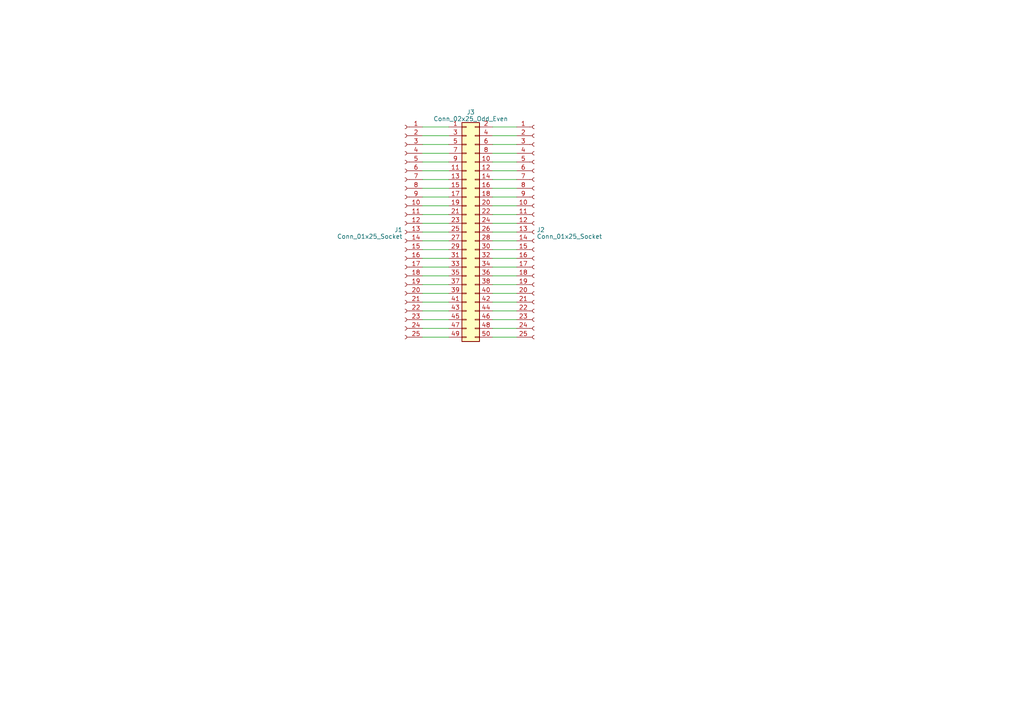
<source format=kicad_sch>
(kicad_sch (version 20230121) (generator eeschema)
  (paper "A4")
  (lib_symbols
    (symbol "Connector:Conn_01x25_Socket" (pin_names (offset 1.016) hide)
      (property "Reference" "J" (at 0 33.02 0))
      (property "Value" "Conn_01x25_Socket" (at 0 -33.02 0))
      (symbol "Conn_01x25_Socket_1_1"
        (arc (start 0 -29.972) (mid -0.5058 -30.48) (end 0 -30.988) (stroke (width 0.1524)))
        (arc (start 0 -27.432) (mid -0.5058 -27.94) (end 0 -28.448) (stroke (width 0.1524)))
        (arc (start 0 -24.892) (mid -0.5058 -25.4) (end 0 -25.908) (stroke (width 0.1524)))
        (arc (start 0 -22.352) (mid -0.5058 -22.86) (end 0 -23.368) (stroke (width 0.1524)))
        (arc (start 0 -19.812) (mid -0.5058 -20.32) (end 0 -20.828) (stroke (width 0.1524)))
        (arc (start 0 -17.272) (mid -0.5058 -17.78) (end 0 -18.288) (stroke (width 0.1524)))
        (arc (start 0 -14.732) (mid -0.5058 -15.24) (end 0 -15.748) (stroke (width 0.1524)))
        (arc (start 0 -12.192) (mid -0.5058 -12.7) (end 0 -13.208) (stroke (width 0.1524)))
        (arc (start 0 -9.652) (mid -0.5058 -10.16) (end 0 -10.668) (stroke (width 0.1524)))
        (arc (start 0 -7.112) (mid -0.5058 -7.62) (end 0 -8.128) (stroke (width 0.1524)))
        (arc (start 0 -4.572) (mid -0.5058 -5.08) (end 0 -5.588) (stroke (width 0.1524)))
        (arc (start 0 -2.032) (mid -0.5058 -2.54) (end 0 -3.048) (stroke (width 0.1524)))
        (polyline (pts (xy -1.27 -30.48) (xy -0.508 -30.48)) (stroke (width 0.1524)))
        (polyline (pts (xy -1.27 -27.94) (xy -0.508 -27.94)) (stroke (width 0.1524)))
        (polyline (pts (xy -1.27 -25.4) (xy -0.508 -25.4)) (stroke (width 0.1524)))
        (polyline (pts (xy -1.27 -22.86) (xy -0.508 -22.86)) (stroke (width 0.1524)))
        (polyline (pts (xy -1.27 -20.32) (xy -0.508 -20.32)) (stroke (width 0.1524)))
        (polyline (pts (xy -1.27 -17.78) (xy -0.508 -17.78)) (stroke (width 0.1524)))
        (polyline (pts (xy -1.27 -15.24) (xy -0.508 -15.24)) (stroke (width 0.1524)))
        (polyline (pts (xy -1.27 -12.7) (xy -0.508 -12.7)) (stroke (width 0.1524)))
        (polyline (pts (xy -1.27 -10.16) (xy -0.508 -10.16)) (stroke (width 0.1524)))
        (polyline (pts (xy -1.27 -7.62) (xy -0.508 -7.62)) (stroke (width 0.1524)))
        (polyline (pts (xy -1.27 -5.08) (xy -0.508 -5.08)) (stroke (width 0.1524)))
        (polyline (pts (xy -1.27 -2.54) (xy -0.508 -2.54)) (stroke (width 0.1524)))
        (polyline (pts (xy -1.27 0) (xy -0.508 0)) (stroke (width 0.1524)))
        (polyline (pts (xy -1.27 2.54) (xy -0.508 2.54)) (stroke (width 0.1524)))
        (polyline (pts (xy -1.27 5.08) (xy -0.508 5.08)) (stroke (width 0.1524)))
        (polyline (pts (xy -1.27 7.62) (xy -0.508 7.62)) (stroke (width 0.1524)))
        (polyline (pts (xy -1.27 10.16) (xy -0.508 10.16)) (stroke (width 0.1524)))
        (polyline (pts (xy -1.27 12.7) (xy -0.508 12.7)) (stroke (width 0.1524)))
        (polyline (pts (xy -1.27 15.24) (xy -0.508 15.24)) (stroke (width 0.1524)))
        (polyline (pts (xy -1.27 17.78) (xy -0.508 17.78)) (stroke (width 0.1524)))
        (polyline (pts (xy -1.27 20.32) (xy -0.508 20.32)) (stroke (width 0.1524)))
        (polyline (pts (xy -1.27 22.86) (xy -0.508 22.86)) (stroke (width 0.1524)))
        (polyline (pts (xy -1.27 25.4) (xy -0.508 25.4)) (stroke (width 0.1524)))
        (polyline (pts (xy -1.27 27.94) (xy -0.508 27.94)) (stroke (width 0.1524)))
        (polyline (pts (xy -1.27 30.48) (xy -0.508 30.48)) (stroke (width 0.1524)))
        (arc (start 0 0.508) (mid -0.5058 0) (end 0 -0.508) (stroke (width 0.1524)))
        (arc (start 0 3.048) (mid -0.5058 2.54) (end 0 2.032) (stroke (width 0.1524)))
        (arc (start 0 5.588) (mid -0.5058 5.08) (end 0 4.572) (stroke (width 0.1524)))
        (arc (start 0 8.128) (mid -0.5058 7.62) (end 0 7.112) (stroke (width 0.1524)))
        (arc (start 0 10.668) (mid -0.5058 10.16) (end 0 9.652) (stroke (width 0.1524)))
        (arc (start 0 13.208) (mid -0.5058 12.7) (end 0 12.192) (stroke (width 0.1524)))
        (arc (start 0 15.748) (mid -0.5058 15.24) (end 0 14.732) (stroke (width 0.1524)))
        (arc (start 0 18.288) (mid -0.5058 17.78) (end 0 17.272) (stroke (width 0.1524)))
        (arc (start 0 20.828) (mid -0.5058 20.32) (end 0 19.812) (stroke (width 0.1524)))
        (arc (start 0 23.368) (mid -0.5058 22.86) (end 0 22.352) (stroke (width 0.1524)))
        (arc (start 0 25.908) (mid -0.5058 25.4) (end 0 24.892) (stroke (width 0.1524)))
        (arc (start 0 28.448) (mid -0.5058 27.94) (end 0 27.432) (stroke (width 0.1524)))
        (arc (start 0 30.988) (mid -0.5058 30.48) (end 0 29.972) (stroke (width 0.1524)))
        (pin passive line (at -5.08 30.48 0) (length 3.81) (name "Pin_1") (number "1"))
        (pin passive line (at -5.08 7.62 0) (length 3.81) (name "Pin_10") (number "10"))
        (pin passive line (at -5.08 5.08 0) (length 3.81) (name "Pin_11") (number "11"))
        (pin passive line (at -5.08 2.54 0) (length 3.81) (name "Pin_12") (number "12"))
        (pin passive line (at -5.08 0 0) (length 3.81) (name "Pin_13") (number "13"))
        (pin passive line (at -5.08 -2.54 0) (length 3.81) (name "Pin_14") (number "14"))
        (pin passive line (at -5.08 -5.08 0) (length 3.81) (name "Pin_15") (number "15"))
        (pin passive line (at -5.08 -7.62 0) (length 3.81) (name "Pin_16") (number "16"))
        (pin passive line (at -5.08 -10.16 0) (length 3.81) (name "Pin_17") (number "17"))
        (pin passive line (at -5.08 -12.7 0) (length 3.81) (name "Pin_18") (number "18"))
        (pin passive line (at -5.08 -15.24 0) (length 3.81) (name "Pin_19") (number "19"))
        (pin passive line (at -5.08 27.94 0) (length 3.81) (name "Pin_2") (number "2"))
        (pin passive line (at -5.08 -17.78 0) (length 3.81) (name "Pin_20") (number "20"))
        (pin passive line (at -5.08 -20.32 0) (length 3.81) (name "Pin_21") (number "21"))
        (pin passive line (at -5.08 -22.86 0) (length 3.81) (name "Pin_22") (number "22"))
        (pin passive line (at -5.08 -25.4 0) (length 3.81) (name "Pin_23") (number "23"))
        (pin passive line (at -5.08 -27.94 0) (length 3.81) (name "Pin_24") (number "24"))
        (pin passive line (at -5.08 -30.48 0) (length 3.81) (name "Pin_25") (number "25"))
        (pin passive line (at -5.08 25.4 0) (length 3.81) (name "Pin_3") (number "3"))
        (pin passive line (at -5.08 22.86 0) (length 3.81) (name "Pin_4") (number "4"))
        (pin passive line (at -5.08 20.32 0) (length 3.81) (name "Pin_5") (number "5"))
        (pin passive line (at -5.08 17.78 0) (length 3.81) (name "Pin_6") (number "6"))
        (pin passive line (at -5.08 15.24 0) (length 3.81) (name "Pin_7") (number "7"))
        (pin passive line (at -5.08 12.7 0) (length 3.81) (name "Pin_8") (number "8"))
        (pin passive line (at -5.08 10.16 0) (length 3.81) (name "Pin_9") (number "9"))
      )
    )
    (symbol "Connector_Generic:Conn_02x25_Odd_Even" (pin_names (offset 1.016) hide)
      (property "Reference" "J" (at 1.27 33.02 0))
      (property "Value" "Conn_02x25_Odd_Even" (at 1.27 -33.02 0))
      (symbol "Conn_02x25_Odd_Even_1_1"
        (rectangle (start -1.27 -30.353) (end 0 -30.607) (stroke (width 0.1524)))
        (rectangle (start -1.27 -27.813) (end 0 -28.067) (stroke (width 0.1524)))
        (rectangle (start -1.27 -25.273) (end 0 -25.527) (stroke (width 0.1524)))
        (rectangle (start -1.27 -22.733) (end 0 -22.987) (stroke (width 0.1524)))
        (rectangle (start -1.27 -20.193) (end 0 -20.447) (stroke (width 0.1524)))
        (rectangle (start -1.27 -17.653) (end 0 -17.907) (stroke (width 0.1524)))
        (rectangle (start -1.27 -15.113) (end 0 -15.367) (stroke (width 0.1524)))
        (rectangle (start -1.27 -12.573) (end 0 -12.827) (stroke (width 0.1524)))
        (rectangle (start -1.27 -10.033) (end 0 -10.287) (stroke (width 0.1524)))
        (rectangle (start -1.27 -7.493) (end 0 -7.747) (stroke (width 0.1524)))
        (rectangle (start -1.27 -4.953) (end 0 -5.207) (stroke (width 0.1524)))
        (rectangle (start -1.27 -2.413) (end 0 -2.667) (stroke (width 0.1524)))
        (rectangle (start -1.27 0.127) (end 0 -0.127) (stroke (width 0.1524)))
        (rectangle (start -1.27 2.667) (end 0 2.413) (stroke (width 0.1524)))
        (rectangle (start -1.27 5.207) (end 0 4.953) (stroke (width 0.1524)))
        (rectangle (start -1.27 7.747) (end 0 7.493) (stroke (width 0.1524)))
        (rectangle (start -1.27 10.287) (end 0 10.033) (stroke (width 0.1524)))
        (rectangle (start -1.27 12.827) (end 0 12.573) (stroke (width 0.1524)))
        (rectangle (start -1.27 15.367) (end 0 15.113) (stroke (width 0.1524)))
        (rectangle (start -1.27 17.907) (end 0 17.653) (stroke (width 0.1524)))
        (rectangle (start -1.27 20.447) (end 0 20.193) (stroke (width 0.1524)))
        (rectangle (start -1.27 22.987) (end 0 22.733) (stroke (width 0.1524)))
        (rectangle (start -1.27 25.527) (end 0 25.273) (stroke (width 0.1524)))
        (rectangle (start -1.27 28.067) (end 0 27.813) (stroke (width 0.1524)))
        (rectangle (start -1.27 30.607) (end 0 30.353) (stroke (width 0.1524)))
        (rectangle (start -1.27 31.75) (end 3.81 -31.75) (stroke (width 0.254)) (fill (type background)))
        (rectangle (start 3.81 -30.353) (end 2.54 -30.607) (stroke (width 0.1524)))
        (rectangle (start 3.81 -27.813) (end 2.54 -28.067) (stroke (width 0.1524)))
        (rectangle (start 3.81 -25.273) (end 2.54 -25.527) (stroke (width 0.1524)))
        (rectangle (start 3.81 -22.733) (end 2.54 -22.987) (stroke (width 0.1524)))
        (rectangle (start 3.81 -20.193) (end 2.54 -20.447) (stroke (width 0.1524)))
        (rectangle (start 3.81 -17.653) (end 2.54 -17.907) (stroke (width 0.1524)))
        (rectangle (start 3.81 -15.113) (end 2.54 -15.367) (stroke (width 0.1524)))
        (rectangle (start 3.81 -12.573) (end 2.54 -12.827) (stroke (width 0.1524)))
        (rectangle (start 3.81 -10.033) (end 2.54 -10.287) (stroke (width 0.1524)))
        (rectangle (start 3.81 -7.493) (end 2.54 -7.747) (stroke (width 0.1524)))
        (rectangle (start 3.81 -4.953) (end 2.54 -5.207) (stroke (width 0.1524)))
        (rectangle (start 3.81 -2.413) (end 2.54 -2.667) (stroke (width 0.1524)))
        (rectangle (start 3.81 0.127) (end 2.54 -0.127) (stroke (width 0.1524)))
        (rectangle (start 3.81 2.667) (end 2.54 2.413) (stroke (width 0.1524)))
        (rectangle (start 3.81 5.207) (end 2.54 4.953) (stroke (width 0.1524)))
        (rectangle (start 3.81 7.747) (end 2.54 7.493) (stroke (width 0.1524)))
        (rectangle (start 3.81 10.287) (end 2.54 10.033) (stroke (width 0.1524)))
        (rectangle (start 3.81 12.827) (end 2.54 12.573) (stroke (width 0.1524)))
        (rectangle (start 3.81 15.367) (end 2.54 15.113) (stroke (width 0.1524)))
        (rectangle (start 3.81 17.907) (end 2.54 17.653) (stroke (width 0.1524)))
        (rectangle (start 3.81 20.447) (end 2.54 20.193) (stroke (width 0.1524)))
        (rectangle (start 3.81 22.987) (end 2.54 22.733) (stroke (width 0.1524)))
        (rectangle (start 3.81 25.527) (end 2.54 25.273) (stroke (width 0.1524)))
        (rectangle (start 3.81 28.067) (end 2.54 27.813) (stroke (width 0.1524)))
        (rectangle (start 3.81 30.607) (end 2.54 30.353) (stroke (width 0.1524)))
        (pin passive line (at -5.08 30.48 0) (length 3.81) (name "Pin_1") (number "1"))
        (pin passive line (at 7.62 20.32 180) (length 3.81) (name "Pin_10") (number "10"))
        (pin passive line (at -5.08 17.78 0) (length 3.81) (name "Pin_11") (number "11"))
        (pin passive line (at 7.62 17.78 180) (length 3.81) (name "Pin_12") (number "12"))
        (pin passive line (at -5.08 15.24 0) (length 3.81) (name "Pin_13") (number "13"))
        (pin passive line (at 7.62 15.24 180) (length 3.81) (name "Pin_14") (number "14"))
        (pin passive line (at -5.08 12.7 0) (length 3.81) (name "Pin_15") (number "15"))
        (pin passive line (at 7.62 12.7 180) (length 3.81) (name "Pin_16") (number "16"))
        (pin passive line (at -5.08 10.16 0) (length 3.81) (name "Pin_17") (number "17"))
        (pin passive line (at 7.62 10.16 180) (length 3.81) (name "Pin_18") (number "18"))
        (pin passive line (at -5.08 7.62 0) (length 3.81) (name "Pin_19") (number "19"))
        (pin passive line (at 7.62 30.48 180) (length 3.81) (name "Pin_2") (number "2"))
        (pin passive line (at 7.62 7.62 180) (length 3.81) (name "Pin_20") (number "20"))
        (pin passive line (at -5.08 5.08 0) (length 3.81) (name "Pin_21") (number "21"))
        (pin passive line (at 7.62 5.08 180) (length 3.81) (name "Pin_22") (number "22"))
        (pin passive line (at -5.08 2.54 0) (length 3.81) (name "Pin_23") (number "23"))
        (pin passive line (at 7.62 2.54 180) (length 3.81) (name "Pin_24") (number "24"))
        (pin passive line (at -5.08 0 0) (length 3.81) (name "Pin_25") (number "25"))
        (pin passive line (at 7.62 0 180) (length 3.81) (name "Pin_26") (number "26"))
        (pin passive line (at -5.08 -2.54 0) (length 3.81) (name "Pin_27") (number "27"))
        (pin passive line (at 7.62 -2.54 180) (length 3.81) (name "Pin_28") (number "28"))
        (pin passive line (at -5.08 -5.08 0) (length 3.81) (name "Pin_29") (number "29"))
        (pin passive line (at -5.08 27.94 0) (length 3.81) (name "Pin_3") (number "3"))
        (pin passive line (at 7.62 -5.08 180) (length 3.81) (name "Pin_30") (number "30"))
        (pin passive line (at -5.08 -7.62 0) (length 3.81) (name "Pin_31") (number "31"))
        (pin passive line (at 7.62 -7.62 180) (length 3.81) (name "Pin_32") (number "32"))
        (pin passive line (at -5.08 -10.16 0) (length 3.81) (name "Pin_33") (number "33"))
        (pin passive line (at 7.62 -10.16 180) (length 3.81) (name "Pin_34") (number "34"))
        (pin passive line (at -5.08 -12.7 0) (length 3.81) (name "Pin_35") (number "35"))
        (pin passive line (at 7.62 -12.7 180) (length 3.81) (name "Pin_36") (number "36"))
        (pin passive line (at -5.08 -15.24 0) (length 3.81) (name "Pin_37") (number "37"))
        (pin passive line (at 7.62 -15.24 180) (length 3.81) (name "Pin_38") (number "38"))
        (pin passive line (at -5.08 -17.78 0) (length 3.81) (name "Pin_39") (number "39"))
        (pin passive line (at 7.62 27.94 180) (length 3.81) (name "Pin_4") (number "4"))
        (pin passive line (at 7.62 -17.78 180) (length 3.81) (name "Pin_40") (number "40"))
        (pin passive line (at -5.08 -20.32 0) (length 3.81) (name "Pin_41") (number "41"))
        (pin passive line (at 7.62 -20.32 180) (length 3.81) (name "Pin_42") (number "42"))
        (pin passive line (at -5.08 -22.86 0) (length 3.81) (name "Pin_43") (number "43"))
        (pin passive line (at 7.62 -22.86 180) (length 3.81) (name "Pin_44") (number "44"))
        (pin passive line (at -5.08 -25.4 0) (length 3.81) (name "Pin_45") (number "45"))
        (pin passive line (at 7.62 -25.4 180) (length 3.81) (name "Pin_46") (number "46"))
        (pin passive line (at -5.08 -27.94 0) (length 3.81) (name "Pin_47") (number "47"))
        (pin passive line (at 7.62 -27.94 180) (length 3.81) (name "Pin_48") (number "48"))
        (pin passive line (at -5.08 -30.48 0) (length 3.81) (name "Pin_49") (number "49"))
        (pin passive line (at -5.08 25.4 0) (length 3.81) (name "Pin_5") (number "5"))
        (pin passive line (at 7.62 -30.48 180) (length 3.81) (name "Pin_50") (number "50"))
        (pin passive line (at 7.62 25.4 180) (length 3.81) (name "Pin_6") (number "6"))
        (pin passive line (at -5.08 22.86 0) (length 3.81) (name "Pin_7") (number "7"))
        (pin passive line (at 7.62 22.86 180) (length 3.81) (name "Pin_8") (number "8"))
        (pin passive line (at -5.08 20.32 0) (length 3.81) (name "Pin_9") (number "9"))
      )
    )
  )
  (wire (pts (xy 142.875 44.45) (xy 149.86 44.45)))
  (wire (pts (xy 122.555 69.85) (xy 130.175 69.85)))
  (wire (pts (xy 142.875 90.17) (xy 149.86 90.17)))
  (wire (pts (xy 122.555 44.45) (xy 130.175 44.45)))
  (wire (pts (xy 142.875 67.31) (xy 149.86 67.31)))
  (wire (pts (xy 122.555 62.23) (xy 130.175 62.23)))
  (wire (pts (xy 122.555 95.25) (xy 130.175 95.25)))
  (wire (pts (xy 122.555 90.17) (xy 130.175 90.17)))
  (wire (pts (xy 122.555 54.61) (xy 130.175 54.61)))
  (wire (pts (xy 122.555 52.07) (xy 130.175 52.07)))
  (wire (pts (xy 142.875 69.85) (xy 149.86 69.85)))
  (wire (pts (xy 122.555 77.47) (xy 130.175 77.47)))
  (wire (pts (xy 122.555 74.93) (xy 130.175 74.93)))
  (wire (pts (xy 142.875 49.53) (xy 149.86 49.53)))
  (wire (pts (xy 142.875 95.25) (xy 149.86 95.25)))
  (wire (pts (xy 142.875 62.23) (xy 149.86 62.23)))
  (wire (pts (xy 142.875 85.09) (xy 149.86 85.09)))
  (wire (pts (xy 142.875 36.83) (xy 149.86 36.83)))
  (wire (pts (xy 122.555 57.15) (xy 130.175 57.15)))
  (wire (pts (xy 122.555 39.37) (xy 130.175 39.37)))
  (wire (pts (xy 122.555 97.79) (xy 130.175 97.79)))
  (wire (pts (xy 142.875 64.77) (xy 149.86 64.77)))
  (wire (pts (xy 122.555 67.31) (xy 130.175 67.31)))
  (wire (pts (xy 142.875 82.55) (xy 149.86 82.55)))
  (wire (pts (xy 122.555 85.09) (xy 130.175 85.09)))
  (wire (pts (xy 142.875 87.63) (xy 149.86 87.63)))
  (wire (pts (xy 142.875 41.91) (xy 149.86 41.91)))
  (wire (pts (xy 122.555 72.39) (xy 130.175 72.39)))
  (wire (pts (xy 142.875 80.01) (xy 149.86 80.01)))
  (wire (pts (xy 122.555 49.53) (xy 130.175 49.53)))
  (wire (pts (xy 122.555 92.71) (xy 130.175 92.71)))
  (wire (pts (xy 122.555 36.83) (xy 130.175 36.83)))
  (wire (pts (xy 142.875 92.71) (xy 149.86 92.71)))
  (wire (pts (xy 142.875 52.07) (xy 149.86 52.07)))
  (wire (pts (xy 122.555 46.99) (xy 130.175 46.99)))
  (wire (pts (xy 122.555 82.55) (xy 130.175 82.55)))
  (wire (pts (xy 142.875 57.15) (xy 149.86 57.15)))
  (wire (pts (xy 142.875 59.69) (xy 149.86 59.69)))
  (wire (pts (xy 142.875 77.47) (xy 149.86 77.47)))
  (wire (pts (xy 142.875 46.99) (xy 149.86 46.99)))
  (wire (pts (xy 142.875 54.61) (xy 149.86 54.61)))
  (wire (pts (xy 142.875 97.79) (xy 149.86 97.79)))
  (wire (pts (xy 142.875 39.37) (xy 149.86 39.37)))
  (wire (pts (xy 122.555 87.63) (xy 130.175 87.63)))
  (wire (pts (xy 142.875 72.39) (xy 149.86 72.39)))
  (wire (pts (xy 122.555 41.91) (xy 130.175 41.91)))
  (wire (pts (xy 122.555 59.69) (xy 130.175 59.69)))
  (wire (pts (xy 142.875 74.93) (xy 149.86 74.93)))
  (wire (pts (xy 122.555 80.01) (xy 130.175 80.01)))
  (wire (pts (xy 122.555 64.77) (xy 130.175 64.77)))
  (symbol (lib_id "Connector:Conn_01x25_Socket") (at 117.475 67.31 0) (mirror y) (unit 1)
    (property "Reference" "J1" (at 116.7638 66.6663 0) (effects (justify left)))
    (property "Value" "Conn_01x25_Socket" (at 116.7638 68.5873 0) (effects (justify left)))
    (property "Footprint" "Connector_PinSocket_2.54mm:PinSocket_1x25_P2.54mm_Vertical" (effects hide))
  )
  (symbol (lib_id "Connector:Conn_01x25_Socket") (at 154.94 67.31 0) (unit 1)
    (property "Reference" "J2" (at 155.6512 66.6663 0) (effects (justify left)))
    (property "Value" "Conn_01x25_Socket" (at 155.6512 68.5873 0) (effects (justify left)))
    (property "Footprint" "Connector_PinSocket_2.54mm:PinSocket_1x25_P2.54mm_Vertical" (effects hide))
  )
  (symbol (lib_id "Connector_Generic:Conn_02x25_Odd_Even") (at 135.255 67.31 0) (unit 1)
    (property "Reference" "J3" (at 136.525 32.5501 0))
    (property "Value" "Conn_02x25_Odd_Even" (at 136.525 34.4711 0))
    (property "Footprint" "Connector_PinHeader_2.54mm:PinHeader_2x25_P2.54mm_Vertical" (effects hide))
  )
)
</source>
